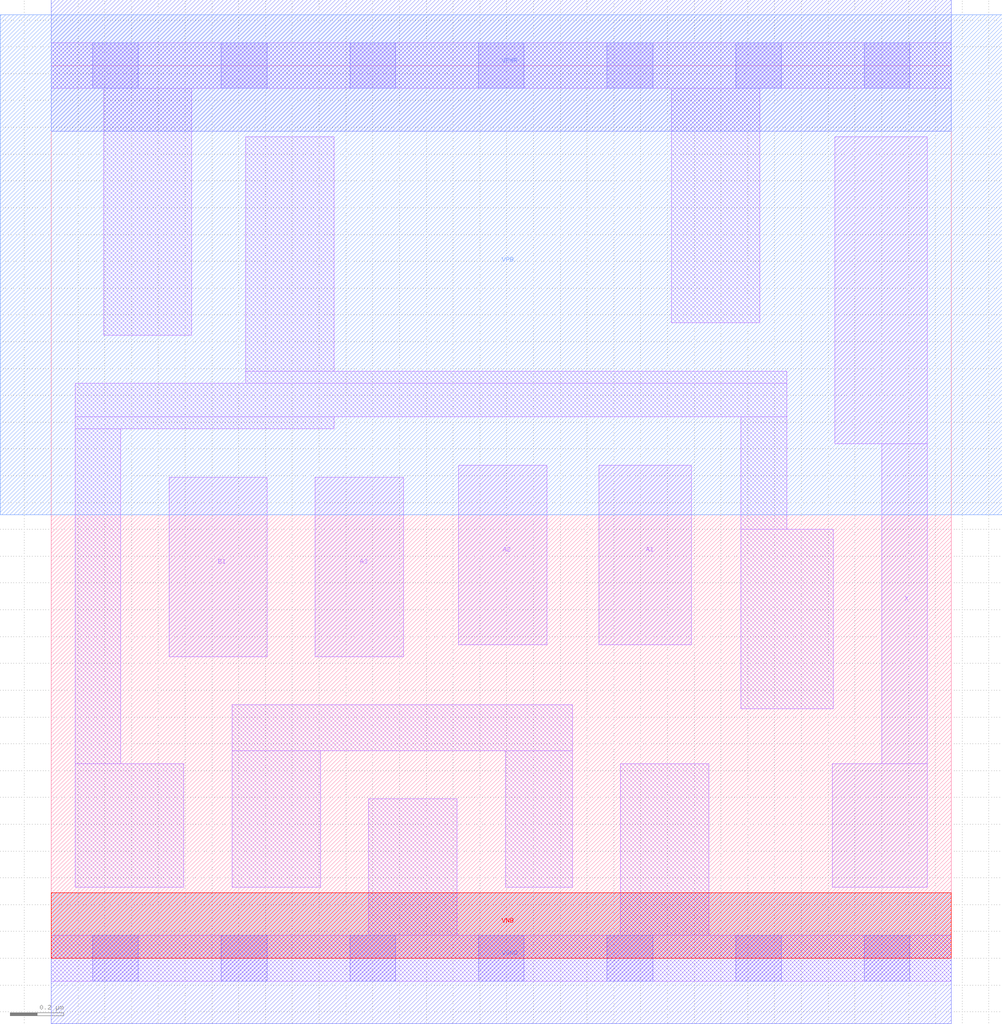
<source format=lef>
# Copyright 2020 The SkyWater PDK Authors
#
# Licensed under the Apache License, Version 2.0 (the "License");
# you may not use this file except in compliance with the License.
# You may obtain a copy of the License at
#
#     https://www.apache.org/licenses/LICENSE-2.0
#
# Unless required by applicable law or agreed to in writing, software
# distributed under the License is distributed on an "AS IS" BASIS,
# WITHOUT WARRANTIES OR CONDITIONS OF ANY KIND, either express or implied.
# See the License for the specific language governing permissions and
# limitations under the License.
#
# SPDX-License-Identifier: Apache-2.0

VERSION 5.7 ;
  NOWIREEXTENSIONATPIN ON ;
  DIVIDERCHAR "/" ;
  BUSBITCHARS "[]" ;
MACRO sky130_fd_sc_lp__o31a_lp
  CLASS CORE ;
  FOREIGN sky130_fd_sc_lp__o31a_lp ;
  ORIGIN  0.000000  0.000000 ;
  SIZE  3.360000 BY  3.330000 ;
  SYMMETRY X Y R90 ;
  SITE unit ;
  PIN A1
    ANTENNAGATEAREA  0.313000 ;
    DIRECTION INPUT ;
    USE SIGNAL ;
    PORT
      LAYER li1 ;
        RECT 2.045000 1.170000 2.390000 1.840000 ;
    END
  END A1
  PIN A2
    ANTENNAGATEAREA  0.313000 ;
    DIRECTION INPUT ;
    USE SIGNAL ;
    PORT
      LAYER li1 ;
        RECT 1.520000 1.170000 1.850000 1.840000 ;
    END
  END A2
  PIN A3
    ANTENNAGATEAREA  0.313000 ;
    DIRECTION INPUT ;
    USE SIGNAL ;
    PORT
      LAYER li1 ;
        RECT 0.985000 1.125000 1.315000 1.795000 ;
    END
  END A3
  PIN B1
    ANTENNAGATEAREA  0.313000 ;
    DIRECTION INPUT ;
    USE SIGNAL ;
    PORT
      LAYER li1 ;
        RECT 0.440000 1.125000 0.805000 1.795000 ;
    END
  END B1
  PIN X
    ANTENNADIFFAREA  0.404700 ;
    DIRECTION OUTPUT ;
    USE SIGNAL ;
    PORT
      LAYER li1 ;
        RECT 2.915000 0.265000 3.270000 0.725000 ;
        RECT 2.925000 1.920000 3.270000 3.065000 ;
        RECT 3.100000 0.725000 3.270000 1.920000 ;
    END
  END X
  PIN VGND
    DIRECTION INOUT ;
    USE GROUND ;
    PORT
      LAYER met1 ;
        RECT 0.000000 -0.245000 3.360000 0.245000 ;
    END
  END VGND
  PIN VNB
    DIRECTION INOUT ;
    USE GROUND ;
    PORT
      LAYER pwell ;
        RECT 0.000000 0.000000 3.360000 0.245000 ;
    END
  END VNB
  PIN VPB
    DIRECTION INOUT ;
    USE POWER ;
    PORT
      LAYER nwell ;
        RECT -0.190000 1.655000 3.550000 3.520000 ;
    END
  END VPB
  PIN VPWR
    DIRECTION INOUT ;
    USE POWER ;
    PORT
      LAYER met1 ;
        RECT 0.000000 3.085000 3.360000 3.575000 ;
    END
  END VPWR
  OBS
    LAYER li1 ;
      RECT 0.000000 -0.085000 3.360000 0.085000 ;
      RECT 0.000000  3.245000 3.360000 3.415000 ;
      RECT 0.090000  0.265000 0.495000 0.725000 ;
      RECT 0.090000  0.725000 0.260000 1.975000 ;
      RECT 0.090000  1.975000 1.055000 2.020000 ;
      RECT 0.090000  2.020000 2.745000 2.145000 ;
      RECT 0.195000  2.325000 0.525000 3.245000 ;
      RECT 0.675000  0.265000 1.005000 0.775000 ;
      RECT 0.675000  0.775000 1.945000 0.945000 ;
      RECT 0.725000  2.145000 2.745000 2.190000 ;
      RECT 0.725000  2.190000 1.055000 3.065000 ;
      RECT 1.185000  0.085000 1.515000 0.595000 ;
      RECT 1.695000  0.265000 1.945000 0.775000 ;
      RECT 2.125000  0.085000 2.455000 0.725000 ;
      RECT 2.315000  2.370000 2.645000 3.245000 ;
      RECT 2.575000  0.930000 2.920000 1.600000 ;
      RECT 2.575000  1.600000 2.745000 2.020000 ;
    LAYER mcon ;
      RECT 0.155000 -0.085000 0.325000 0.085000 ;
      RECT 0.155000  3.245000 0.325000 3.415000 ;
      RECT 0.635000 -0.085000 0.805000 0.085000 ;
      RECT 0.635000  3.245000 0.805000 3.415000 ;
      RECT 1.115000 -0.085000 1.285000 0.085000 ;
      RECT 1.115000  3.245000 1.285000 3.415000 ;
      RECT 1.595000 -0.085000 1.765000 0.085000 ;
      RECT 1.595000  3.245000 1.765000 3.415000 ;
      RECT 2.075000 -0.085000 2.245000 0.085000 ;
      RECT 2.075000  3.245000 2.245000 3.415000 ;
      RECT 2.555000 -0.085000 2.725000 0.085000 ;
      RECT 2.555000  3.245000 2.725000 3.415000 ;
      RECT 3.035000 -0.085000 3.205000 0.085000 ;
      RECT 3.035000  3.245000 3.205000 3.415000 ;
  END
END sky130_fd_sc_lp__o31a_lp
END LIBRARY

</source>
